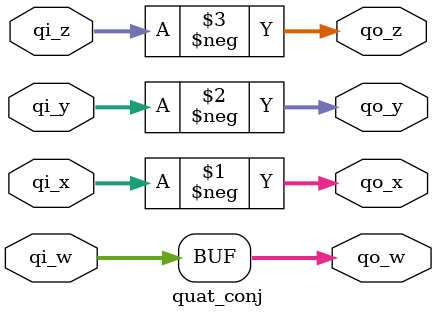
<source format=v>
module quat_conj(
  input  signed [31:0] qi_w, qi_x, qi_y, qi_z,
  output signed [31:0] qo_w, qo_x, qo_y, qo_z
);
  assign qo_w = qi_w;
  assign qo_x = -qi_x;
  assign qo_y = -qi_y;
  assign qo_z = -qi_z;
endmodule
</source>
